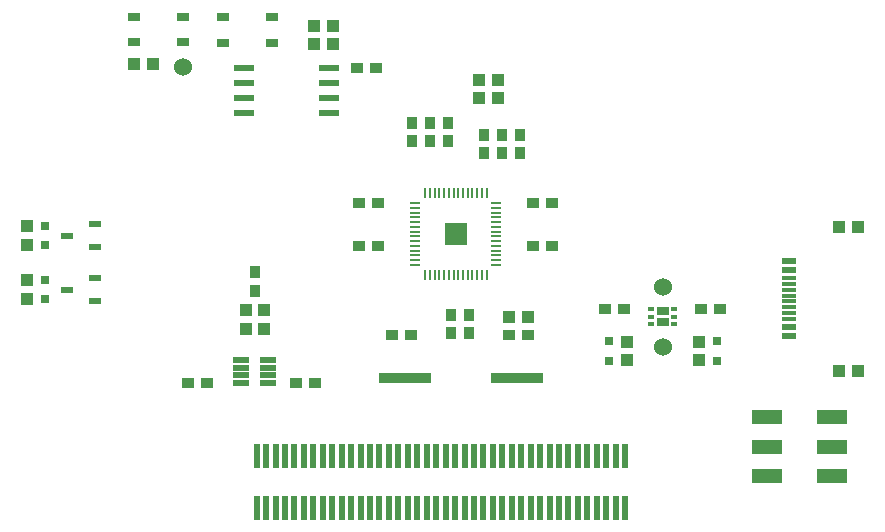
<source format=gtp>
G04*
G04 #@! TF.GenerationSoftware,Altium Limited,Altium Designer,24.2.2 (26)*
G04*
G04 Layer_Color=8421504*
%FSLAX44Y44*%
%MOMM*%
G71*
G04*
G04 #@! TF.SameCoordinates,D28C2298-B94A-46E3-96D8-F5CEDD955656*
G04*
G04*
G04 #@! TF.FilePolarity,Positive*
G04*
G01*
G75*
%ADD15R,1.1500X0.3000*%
%ADD16R,1.1500X0.6000*%
%ADD17R,1.0500X1.0000*%
G04:AMPARAMS|DCode=18|XSize=0.45mm|YSize=0.3mm|CornerRadius=0.0075mm|HoleSize=0mm|Usage=FLASHONLY|Rotation=0.000|XOffset=0mm|YOffset=0mm|HoleType=Round|Shape=RoundedRectangle|*
%AMROUNDEDRECTD18*
21,1,0.4500,0.2850,0,0,0.0*
21,1,0.4350,0.3000,0,0,0.0*
1,1,0.0150,0.2175,-0.1425*
1,1,0.0150,-0.2175,-0.1425*
1,1,0.0150,-0.2175,0.1425*
1,1,0.0150,0.2175,0.1425*
%
%ADD18ROUNDEDRECTD18*%
%ADD19R,0.8000X0.8000*%
%ADD20R,1.0000X1.0500*%
%ADD21C,1.5240*%
%ADD22R,1.0000X0.9500*%
G04:AMPARAMS|DCode=23|XSize=0.2mm|YSize=0.84mm|CornerRadius=0.025mm|HoleSize=0mm|Usage=FLASHONLY|Rotation=0.000|XOffset=0mm|YOffset=0mm|HoleType=Round|Shape=RoundedRectangle|*
%AMROUNDEDRECTD23*
21,1,0.2000,0.7900,0,0,0.0*
21,1,0.1500,0.8400,0,0,0.0*
1,1,0.0500,0.0750,-0.3950*
1,1,0.0500,-0.0750,-0.3950*
1,1,0.0500,-0.0750,0.3950*
1,1,0.0500,0.0750,0.3950*
%
%ADD23ROUNDEDRECTD23*%
%ADD24R,1.9600X1.9600*%
G04:AMPARAMS|DCode=25|XSize=0.84mm|YSize=0.2mm|CornerRadius=0.025mm|HoleSize=0mm|Usage=FLASHONLY|Rotation=0.000|XOffset=0mm|YOffset=0mm|HoleType=Round|Shape=RoundedRectangle|*
%AMROUNDEDRECTD25*
21,1,0.8400,0.1500,0,0,0.0*
21,1,0.7900,0.2000,0,0,0.0*
1,1,0.0500,0.3950,-0.0750*
1,1,0.0500,-0.3950,-0.0750*
1,1,0.0500,-0.3950,0.0750*
1,1,0.0500,0.3950,0.0750*
%
%ADD25ROUNDEDRECTD25*%
G04:AMPARAMS|DCode=26|XSize=1.61mm|YSize=0.58mm|CornerRadius=0.0725mm|HoleSize=0mm|Usage=FLASHONLY|Rotation=0.000|XOffset=0mm|YOffset=0mm|HoleType=Round|Shape=RoundedRectangle|*
%AMROUNDEDRECTD26*
21,1,1.6100,0.4350,0,0,0.0*
21,1,1.4650,0.5800,0,0,0.0*
1,1,0.1450,0.7325,-0.2175*
1,1,0.1450,-0.7325,-0.2175*
1,1,0.1450,-0.7325,0.2175*
1,1,0.1450,0.7325,0.2175*
%
%ADD26ROUNDEDRECTD26*%
%ADD27R,0.9500X1.0000*%
%ADD28R,1.0500X0.6500*%
%ADD29R,2.5000X1.2000*%
%ADD30R,1.0000X0.6000*%
%ADD31R,4.4480X0.9682*%
%ADD32R,0.5000X2.0000*%
G04:AMPARAMS|DCode=33|XSize=1.37mm|YSize=0.48mm|CornerRadius=0.024mm|HoleSize=0mm|Usage=FLASHONLY|Rotation=0.000|XOffset=0mm|YOffset=0mm|HoleType=Round|Shape=RoundedRectangle|*
%AMROUNDEDRECTD33*
21,1,1.3700,0.4320,0,0,0.0*
21,1,1.3220,0.4800,0,0,0.0*
1,1,0.0480,0.6610,-0.2160*
1,1,0.0480,-0.6610,-0.2160*
1,1,0.0480,-0.6610,0.2160*
1,1,0.0480,0.6610,0.2160*
%
%ADD33ROUNDEDRECTD33*%
G36*
X523160Y182500D02*
X513160D01*
X513160Y189500D01*
X523160Y189500D01*
Y182500D01*
D02*
G37*
G36*
Y191500D02*
X513160D01*
Y198500D01*
X523160D01*
Y191500D01*
D02*
G37*
D15*
X624840Y188280D02*
D03*
Y193280D02*
D03*
Y198280D02*
D03*
Y223280D02*
D03*
Y218280D02*
D03*
Y213280D02*
D03*
Y203280D02*
D03*
Y208280D02*
D03*
D16*
Y229780D02*
D03*
Y181780D02*
D03*
Y237780D02*
D03*
Y173780D02*
D03*
D17*
X683640Y144780D02*
D03*
X667640D02*
D03*
X683640Y266700D02*
D03*
X667640D02*
D03*
X70260Y404540D02*
D03*
X86260D02*
D03*
X239140Y436880D02*
D03*
X223140D02*
D03*
X239140Y421640D02*
D03*
X223140D02*
D03*
X362840Y391160D02*
D03*
X378840D02*
D03*
X362840Y375920D02*
D03*
X378840D02*
D03*
X388240Y190500D02*
D03*
X404240D02*
D03*
D18*
X508410Y197000D02*
D03*
X508410Y190500D02*
D03*
Y184000D02*
D03*
X527910D02*
D03*
Y190500D02*
D03*
Y197000D02*
D03*
D19*
X472440Y153040D02*
D03*
Y169540D02*
D03*
X563880Y153040D02*
D03*
X563880Y169540D02*
D03*
X-5000Y267330D02*
D03*
X-5000Y250830D02*
D03*
X-5000Y205110D02*
D03*
Y221610D02*
D03*
D20*
X487680Y153290D02*
D03*
Y169290D02*
D03*
X548640Y153290D02*
D03*
Y169290D02*
D03*
X180340Y179960D02*
D03*
Y195960D02*
D03*
X165100Y195960D02*
D03*
X165100Y179960D02*
D03*
X-20240Y267080D02*
D03*
Y251080D02*
D03*
X-20240Y221360D02*
D03*
X-20240Y205360D02*
D03*
D21*
X518160Y165100D02*
D03*
X111760Y402000D02*
D03*
X518160Y215900D02*
D03*
D22*
X485520Y197000D02*
D03*
X469520D02*
D03*
X550800D02*
D03*
X566800D02*
D03*
X261240Y286350D02*
D03*
X277240D02*
D03*
X408560D02*
D03*
X424560D02*
D03*
X259080Y401320D02*
D03*
X275080D02*
D03*
X388240Y175260D02*
D03*
X404240D02*
D03*
X277240Y250350D02*
D03*
X261240D02*
D03*
X132460Y134620D02*
D03*
X116460D02*
D03*
X424560Y250350D02*
D03*
X408560D02*
D03*
X289180Y175260D02*
D03*
X305180D02*
D03*
X223900Y134620D02*
D03*
X207900D02*
D03*
D23*
X348900Y294700D02*
D03*
X344900D02*
D03*
X316900D02*
D03*
X320900D02*
D03*
X324900D02*
D03*
X328900D02*
D03*
X332900D02*
D03*
X336900D02*
D03*
X340900D02*
D03*
X352900D02*
D03*
X356900D02*
D03*
X360900D02*
D03*
X364900D02*
D03*
X368900D02*
D03*
Y226000D02*
D03*
X364900D02*
D03*
X360900D02*
D03*
X356900D02*
D03*
X352900D02*
D03*
X348900D02*
D03*
X344900D02*
D03*
X340900D02*
D03*
X336900D02*
D03*
X332900D02*
D03*
X328900D02*
D03*
X324900D02*
D03*
X320900D02*
D03*
X316900D02*
D03*
D24*
X342900Y260350D02*
D03*
D25*
X377250Y286350D02*
D03*
Y282350D02*
D03*
Y278350D02*
D03*
Y274350D02*
D03*
Y270350D02*
D03*
Y266350D02*
D03*
Y262350D02*
D03*
Y258350D02*
D03*
Y254350D02*
D03*
Y250350D02*
D03*
Y246350D02*
D03*
Y242350D02*
D03*
Y238350D02*
D03*
Y234350D02*
D03*
X308550D02*
D03*
Y238350D02*
D03*
Y242350D02*
D03*
Y246350D02*
D03*
Y250350D02*
D03*
Y254350D02*
D03*
Y258350D02*
D03*
Y262350D02*
D03*
Y266350D02*
D03*
Y270350D02*
D03*
Y274350D02*
D03*
Y286350D02*
D03*
Y278350D02*
D03*
Y282350D02*
D03*
D26*
X235440Y401320D02*
D03*
Y388620D02*
D03*
Y375920D02*
D03*
Y363220D02*
D03*
X163340D02*
D03*
Y375920D02*
D03*
Y388620D02*
D03*
Y401320D02*
D03*
D27*
X172650Y228270D02*
D03*
Y212270D02*
D03*
X382270Y344550D02*
D03*
Y328550D02*
D03*
X367030D02*
D03*
Y344550D02*
D03*
X397510Y328550D02*
D03*
Y344550D02*
D03*
X354330Y192150D02*
D03*
Y176150D02*
D03*
X321310Y354710D02*
D03*
Y338710D02*
D03*
X336550Y354710D02*
D03*
Y338710D02*
D03*
X339090Y176150D02*
D03*
Y192150D02*
D03*
X306070Y354710D02*
D03*
Y338710D02*
D03*
D28*
X111760Y423000D02*
D03*
X70260D02*
D03*
X111760Y444500D02*
D03*
X70260D02*
D03*
X187120Y422320D02*
D03*
X145620D02*
D03*
X187120Y443820D02*
D03*
X145620D02*
D03*
D29*
X606230Y105220D02*
D03*
X606230Y80220D02*
D03*
X606230Y55220D02*
D03*
X661230Y105220D02*
D03*
Y80220D02*
D03*
Y55220D02*
D03*
D30*
X37480Y249580D02*
D03*
X37480Y268580D02*
D03*
X13480Y259080D02*
D03*
X37480Y203860D02*
D03*
Y222860D02*
D03*
X13480Y213360D02*
D03*
D31*
X394970Y138430D02*
D03*
X299974D02*
D03*
D32*
X174200Y72800D02*
D03*
Y28800D02*
D03*
X182200Y72800D02*
D03*
Y28800D02*
D03*
X190200Y72800D02*
D03*
Y28800D02*
D03*
X198200Y72800D02*
D03*
Y28800D02*
D03*
X206200Y72800D02*
D03*
Y28800D02*
D03*
X214200Y72800D02*
D03*
Y28800D02*
D03*
X222200Y72800D02*
D03*
Y28800D02*
D03*
X230200Y72800D02*
D03*
Y28800D02*
D03*
X238200Y72800D02*
D03*
Y28800D02*
D03*
X246200Y72800D02*
D03*
Y28800D02*
D03*
X254200Y72800D02*
D03*
Y28800D02*
D03*
X262200Y72800D02*
D03*
Y28800D02*
D03*
X270200Y72800D02*
D03*
Y28800D02*
D03*
X278200Y72800D02*
D03*
Y28800D02*
D03*
X286200Y72800D02*
D03*
Y28800D02*
D03*
X294200Y72800D02*
D03*
Y28800D02*
D03*
X302200Y72800D02*
D03*
Y28800D02*
D03*
X310200Y72800D02*
D03*
Y28800D02*
D03*
X318200Y72800D02*
D03*
Y28800D02*
D03*
X326200Y72800D02*
D03*
Y28800D02*
D03*
X334200Y72800D02*
D03*
Y28800D02*
D03*
X342200Y72800D02*
D03*
Y28800D02*
D03*
X350200Y72800D02*
D03*
Y28800D02*
D03*
X358200Y72800D02*
D03*
Y28800D02*
D03*
X366200Y72800D02*
D03*
Y28800D02*
D03*
X374200Y72800D02*
D03*
Y28800D02*
D03*
X382200Y72800D02*
D03*
Y28800D02*
D03*
X390200Y72800D02*
D03*
Y28800D02*
D03*
X398200Y72800D02*
D03*
Y28800D02*
D03*
X406200Y72800D02*
D03*
Y28800D02*
D03*
X414200Y72800D02*
D03*
Y28800D02*
D03*
X422200Y72800D02*
D03*
Y28800D02*
D03*
X430200Y72800D02*
D03*
Y28800D02*
D03*
X438200Y72800D02*
D03*
Y28800D02*
D03*
X446200Y72800D02*
D03*
Y28800D02*
D03*
X454200Y72800D02*
D03*
Y28800D02*
D03*
X462200Y72800D02*
D03*
Y28800D02*
D03*
X470200Y72800D02*
D03*
Y28800D02*
D03*
X478200Y72800D02*
D03*
Y28800D02*
D03*
X486200Y72800D02*
D03*
Y28800D02*
D03*
D33*
X161150Y153820D02*
D03*
Y147320D02*
D03*
Y140820D02*
D03*
Y134320D02*
D03*
X184150D02*
D03*
Y140820D02*
D03*
Y147320D02*
D03*
Y153820D02*
D03*
M02*

</source>
